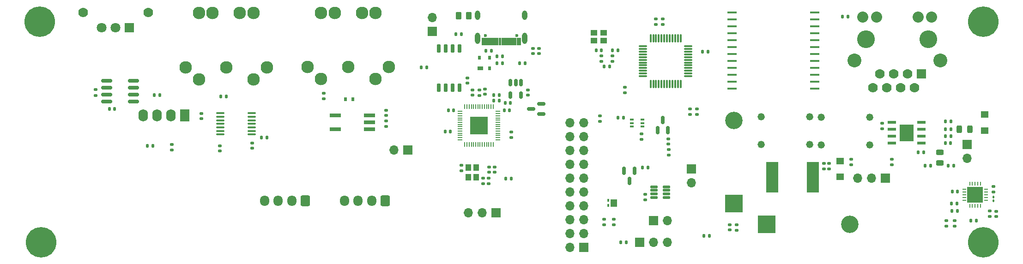
<source format=gts>
G04 #@! TF.GenerationSoftware,KiCad,Pcbnew,6.0.7-1.fc36*
G04 #@! TF.CreationDate,2023-03-25T12:13:33+11:00*
G04 #@! TF.ProjectId,MOOD-Motherboard-r0.1.1,4d4f4f44-2d4d-46f7-9468-6572626f6172,rev?*
G04 #@! TF.SameCoordinates,Original*
G04 #@! TF.FileFunction,Soldermask,Top*
G04 #@! TF.FilePolarity,Negative*
%FSLAX46Y46*%
G04 Gerber Fmt 4.6, Leading zero omitted, Abs format (unit mm)*
G04 Created by KiCad (PCBNEW 6.0.7-1.fc36) date 2023-03-25 12:13:33*
%MOMM*%
%LPD*%
G01*
G04 APERTURE LIST*
G04 Aperture macros list*
%AMRoundRect*
0 Rectangle with rounded corners*
0 $1 Rounding radius*
0 $2 $3 $4 $5 $6 $7 $8 $9 X,Y pos of 4 corners*
0 Add a 4 corners polygon primitive as box body*
4,1,4,$2,$3,$4,$5,$6,$7,$8,$9,$2,$3,0*
0 Add four circle primitives for the rounded corners*
1,1,$1+$1,$2,$3*
1,1,$1+$1,$4,$5*
1,1,$1+$1,$6,$7*
1,1,$1+$1,$8,$9*
0 Add four rect primitives between the rounded corners*
20,1,$1+$1,$2,$3,$4,$5,0*
20,1,$1+$1,$4,$5,$6,$7,0*
20,1,$1+$1,$6,$7,$8,$9,0*
20,1,$1+$1,$8,$9,$2,$3,0*%
G04 Aperture macros list end*
%ADD10C,0.010000*%
%ADD11R,1.750000X2.250000*%
%ADD12O,1.750000X2.250000*%
%ADD13RoundRect,0.140000X-0.170000X0.140000X-0.170000X-0.140000X0.170000X-0.140000X0.170000X0.140000X0*%
%ADD14RoundRect,0.140000X0.170000X-0.140000X0.170000X0.140000X-0.170000X0.140000X-0.170000X-0.140000X0*%
%ADD15C,5.600000*%
%ADD16RoundRect,0.135000X-0.135000X-0.185000X0.135000X-0.185000X0.135000X0.185000X-0.135000X0.185000X0*%
%ADD17RoundRect,0.135000X0.185000X-0.135000X0.185000X0.135000X-0.185000X0.135000X-0.185000X-0.135000X0*%
%ADD18RoundRect,0.135000X0.135000X0.185000X-0.135000X0.185000X-0.135000X-0.185000X0.135000X-0.185000X0*%
%ADD19R,1.700000X1.700000*%
%ADD20O,1.700000X1.700000*%
%ADD21RoundRect,0.140000X0.140000X0.170000X-0.140000X0.170000X-0.140000X-0.170000X0.140000X-0.170000X0*%
%ADD22RoundRect,0.135000X-0.185000X0.135000X-0.185000X-0.135000X0.185000X-0.135000X0.185000X0.135000X0*%
%ADD23RoundRect,0.250000X0.600000X0.725000X-0.600000X0.725000X-0.600000X-0.725000X0.600000X-0.725000X0*%
%ADD24O,1.700000X1.950000*%
%ADD25C,2.300000*%
%ADD26RoundRect,0.140000X-0.140000X-0.170000X0.140000X-0.170000X0.140000X0.170000X-0.140000X0.170000X0*%
%ADD27R,1.150000X1.000000*%
%ADD28R,0.650000X0.400000*%
%ADD29RoundRect,0.150000X0.587500X0.150000X-0.587500X0.150000X-0.587500X-0.150000X0.587500X-0.150000X0*%
%ADD30RoundRect,0.150000X-0.150000X0.650000X-0.150000X-0.650000X0.150000X-0.650000X0.150000X0.650000X0*%
%ADD31R,3.200000X3.200000*%
%ADD32O,3.200000X3.200000*%
%ADD33RoundRect,0.243750X0.456250X-0.243750X0.456250X0.243750X-0.456250X0.243750X-0.456250X-0.243750X0*%
%ADD34R,1.000000X1.150000*%
%ADD35RoundRect,0.150000X-0.150000X0.587500X-0.150000X-0.587500X0.150000X-0.587500X0.150000X0.587500X0*%
%ADD36R,0.600000X0.700000*%
%ADD37R,1.400000X1.300000*%
%ADD38R,2.311400X5.613400*%
%ADD39RoundRect,0.050000X-0.387500X-0.050000X0.387500X-0.050000X0.387500X0.050000X-0.387500X0.050000X0*%
%ADD40RoundRect,0.050000X-0.050000X-0.387500X0.050000X-0.387500X0.050000X0.387500X-0.050000X0.387500X0*%
%ADD41R,1.000000X0.700000*%
%ADD42RoundRect,0.243750X-0.243750X-0.456250X0.243750X-0.456250X0.243750X0.456250X-0.243750X0.456250X0*%
%ADD43RoundRect,0.125000X-0.537500X-0.125000X0.537500X-0.125000X0.537500X0.125000X-0.537500X0.125000X0*%
%ADD44RoundRect,0.150000X-0.150000X0.512500X-0.150000X-0.512500X0.150000X-0.512500X0.150000X0.512500X0*%
%ADD45C,1.320800*%
%ADD46R,0.380000X0.550000*%
%ADD47R,1.200000X1.400000*%
%ADD48R,2.600000X3.100000*%
%ADD49R,1.550000X0.600000*%
%ADD50RoundRect,0.100000X0.637500X0.100000X-0.637500X0.100000X-0.637500X-0.100000X0.637500X-0.100000X0*%
%ADD51C,1.778000*%
%ADD52R,1.800000X1.800000*%
%ADD53C,1.800000*%
%ADD54R,0.254800X0.655599*%
%ADD55R,0.655599X0.254800*%
%ADD56R,2.949999X2.949999*%
%ADD57RoundRect,0.075000X0.662500X0.075000X-0.662500X0.075000X-0.662500X-0.075000X0.662500X-0.075000X0*%
%ADD58RoundRect,0.075000X0.075000X0.662500X-0.075000X0.662500X-0.075000X-0.662500X0.075000X-0.662500X0*%
%ADD59C,3.251200*%
%ADD60R,1.778000X1.778000*%
%ADD61C,2.032000*%
%ADD62C,2.540000*%
%ADD63RoundRect,0.150000X0.150000X-0.587500X0.150000X0.587500X-0.150000X0.587500X-0.150000X-0.587500X0*%
%ADD64C,0.600000*%
%ADD65O,0.950000X2.050000*%
%ADD66O,0.950000X1.750000*%
%ADD67RoundRect,0.250000X-0.262500X-0.450000X0.262500X-0.450000X0.262500X0.450000X-0.262500X0.450000X0*%
%ADD68RoundRect,0.150000X0.825000X0.150000X-0.825000X0.150000X-0.825000X-0.150000X0.825000X-0.150000X0*%
%ADD69R,1.696999X0.305600*%
%ADD70RoundRect,0.100000X-0.100000X0.130000X-0.100000X-0.130000X0.100000X-0.130000X0.100000X0.130000X0*%
%ADD71R,2.000000X0.640000*%
G04 APERTURE END LIST*
G36*
X172345000Y-34224400D02*
G01*
X171645000Y-34224400D01*
X171645000Y-32984400D01*
X172345000Y-32984400D01*
X172345000Y-34224400D01*
G37*
D10*
X172345000Y-34224400D02*
X171645000Y-34224400D01*
X171645000Y-32984400D01*
X172345000Y-32984400D01*
X172345000Y-34224400D01*
G36*
X170545000Y-34224400D02*
G01*
X170145000Y-34224400D01*
X170145000Y-32984400D01*
X170545000Y-32984400D01*
X170545000Y-34224400D01*
G37*
X170545000Y-34224400D02*
X170145000Y-34224400D01*
X170145000Y-32984400D01*
X170545000Y-32984400D01*
X170545000Y-34224400D01*
G36*
X171545000Y-34224400D02*
G01*
X171145000Y-34224400D01*
X171145000Y-32984400D01*
X171545000Y-32984400D01*
X171545000Y-34224400D01*
G37*
X171545000Y-34224400D02*
X171145000Y-34224400D01*
X171145000Y-32984400D01*
X171545000Y-32984400D01*
X171545000Y-34224400D01*
G36*
X169045000Y-34224400D02*
G01*
X168645000Y-34224400D01*
X168645000Y-32984400D01*
X169045000Y-32984400D01*
X169045000Y-34224400D01*
G37*
X169045000Y-34224400D02*
X168645000Y-34224400D01*
X168645000Y-32984400D01*
X169045000Y-32984400D01*
X169045000Y-34224400D01*
G36*
X166745000Y-34224400D02*
G01*
X166045000Y-34224400D01*
X166045000Y-32984400D01*
X166745000Y-32984400D01*
X166745000Y-34224400D01*
G37*
X166745000Y-34224400D02*
X166045000Y-34224400D01*
X166045000Y-32984400D01*
X166745000Y-32984400D01*
X166745000Y-34224400D01*
G36*
X170045000Y-34224400D02*
G01*
X169645000Y-34224400D01*
X169645000Y-32984400D01*
X170045000Y-32984400D01*
X170045000Y-34224400D01*
G37*
X170045000Y-34224400D02*
X169645000Y-34224400D01*
X169645000Y-32984400D01*
X170045000Y-32984400D01*
X170045000Y-34224400D01*
G36*
X173145000Y-34224400D02*
G01*
X172445000Y-34224400D01*
X172445000Y-32984400D01*
X173145000Y-32984400D01*
X173145000Y-34224400D01*
G37*
X173145000Y-34224400D02*
X172445000Y-34224400D01*
X172445000Y-32984400D01*
X173145000Y-32984400D01*
X173145000Y-34224400D01*
G36*
X167545000Y-34224400D02*
G01*
X166845000Y-34224400D01*
X166845000Y-32984400D01*
X167545000Y-32984400D01*
X167545000Y-34224400D01*
G37*
X167545000Y-34224400D02*
X166845000Y-34224400D01*
X166845000Y-32984400D01*
X167545000Y-32984400D01*
X167545000Y-34224400D01*
G36*
X169545000Y-34224400D02*
G01*
X169145000Y-34224400D01*
X169145000Y-32984400D01*
X169545000Y-32984400D01*
X169545000Y-34224400D01*
G37*
X169545000Y-34224400D02*
X169145000Y-34224400D01*
X169145000Y-32984400D01*
X169545000Y-32984400D01*
X169545000Y-34224400D01*
G36*
X168045000Y-34224400D02*
G01*
X167645000Y-34224400D01*
X167645000Y-32984400D01*
X168045000Y-32984400D01*
X168045000Y-34224400D01*
G37*
X168045000Y-34224400D02*
X167645000Y-34224400D01*
X167645000Y-32984400D01*
X168045000Y-32984400D01*
X168045000Y-34224400D01*
G36*
X168545000Y-34224400D02*
G01*
X168145000Y-34224400D01*
X168145000Y-32984400D01*
X168545000Y-32984400D01*
X168545000Y-34224400D01*
G37*
X168545000Y-34224400D02*
X168145000Y-34224400D01*
X168145000Y-32984400D01*
X168545000Y-32984400D01*
X168545000Y-34224400D01*
G36*
X171045000Y-34224400D02*
G01*
X170645000Y-34224400D01*
X170645000Y-32984400D01*
X171045000Y-32984400D01*
X171045000Y-34224400D01*
G37*
X171045000Y-34224400D02*
X170645000Y-34224400D01*
X170645000Y-32984400D01*
X171045000Y-32984400D01*
X171045000Y-34224400D01*
D11*
X111582500Y-47217500D03*
D12*
X109042500Y-47217500D03*
X106502500Y-47217500D03*
X103962500Y-47217500D03*
D13*
X114630500Y-46864500D03*
X114630500Y-47824500D03*
D14*
X166648600Y-43329800D03*
X166648600Y-42369800D03*
X109250000Y-53500000D03*
X109250000Y-52540000D03*
D15*
X258000000Y-30000000D03*
D16*
X251552500Y-56437500D03*
X252572500Y-56437500D03*
D17*
X188500000Y-67260000D03*
X188500000Y-66240000D03*
D16*
X251010000Y-48250000D03*
X252030000Y-48250000D03*
D18*
X192510000Y-70500000D03*
X191490000Y-70500000D03*
D14*
X199250000Y-30480000D03*
X199250000Y-29520000D03*
D18*
X252030000Y-51000000D03*
X251010000Y-51000000D03*
D19*
X152525000Y-53500000D03*
D20*
X149985000Y-53500000D03*
D13*
X252750000Y-66520000D03*
X252750000Y-67480000D03*
D14*
X168402400Y-57628800D03*
X168402400Y-56668800D03*
D21*
X247042500Y-53937500D03*
X246082500Y-53937500D03*
X160880200Y-46228000D03*
X159920200Y-46228000D03*
D22*
X148500000Y-48240000D03*
X148500000Y-49260000D03*
D23*
X148370000Y-62882000D03*
D24*
X145870000Y-62882000D03*
X143370000Y-62882000D03*
X140870000Y-62882000D03*
D25*
X111750000Y-38379000D03*
X119200000Y-38379000D03*
X126650000Y-38379000D03*
X114200000Y-40579000D03*
X124200000Y-40579000D03*
X124200000Y-28429000D03*
X114200000Y-28429000D03*
X116700000Y-28429000D03*
X121700000Y-28429000D03*
D26*
X252270000Y-64750000D03*
X253230000Y-64750000D03*
D27*
X188375000Y-32050000D03*
X186625000Y-32050000D03*
X186625000Y-33450000D03*
X188375000Y-33450000D03*
D14*
X175437000Y-35836800D03*
X175437000Y-34876800D03*
D16*
X118230000Y-43750000D03*
X119250000Y-43750000D03*
D14*
X163448200Y-41272400D03*
X163448200Y-40312400D03*
D26*
X168276800Y-44475400D03*
X169236800Y-44475400D03*
D13*
X174497000Y-42495000D03*
X174497000Y-43455000D03*
D16*
X173022000Y-37592000D03*
X174042000Y-37592000D03*
D19*
X168646800Y-65041600D03*
D20*
X166106800Y-65041600D03*
X163566800Y-65041600D03*
D17*
X95250000Y-43510000D03*
X95250000Y-42490000D03*
D18*
X192060000Y-47600000D03*
X191040000Y-47600000D03*
X207760000Y-69250000D03*
X206740000Y-69250000D03*
D28*
X193600000Y-47950000D03*
X193600000Y-48600000D03*
X193600000Y-49250000D03*
X195500000Y-49250000D03*
X195500000Y-48600000D03*
X195500000Y-47950000D03*
D13*
X196055000Y-61695000D03*
X196055000Y-62655000D03*
D21*
X160321400Y-50190400D03*
X159361400Y-50190400D03*
D29*
X176937500Y-46950000D03*
X176937500Y-45050000D03*
X175062500Y-46000000D03*
D22*
X200337500Y-53475000D03*
X200337500Y-54495000D03*
D30*
X161975000Y-34881000D03*
X160705000Y-34881000D03*
X159435000Y-34881000D03*
X158165000Y-34881000D03*
X158165000Y-42081000D03*
X159435000Y-42081000D03*
X160705000Y-42081000D03*
X161975000Y-42081000D03*
D31*
X218250000Y-67200000D03*
D32*
X233490000Y-67200000D03*
D18*
X256760000Y-66500000D03*
X255740000Y-66500000D03*
D15*
X258000000Y-70500000D03*
D21*
X169236800Y-43484800D03*
X168276800Y-43484800D03*
D33*
X250000000Y-55875000D03*
X250000000Y-54000000D03*
D13*
X204250000Y-46020000D03*
X204250000Y-46980000D03*
D34*
X163593000Y-56773800D03*
X163593000Y-58523800D03*
X164993000Y-58523800D03*
X164993000Y-56773800D03*
D35*
X194047500Y-57312500D03*
X192147500Y-57312500D03*
X193097500Y-59187500D03*
D31*
X212250000Y-63370000D03*
D32*
X212250000Y-48130000D03*
D13*
X171500000Y-50270000D03*
X171500000Y-51230000D03*
D36*
X141050000Y-44250000D03*
X142450000Y-44250000D03*
D22*
X239450000Y-48625000D03*
X239450000Y-49645000D03*
D18*
X248322500Y-56437500D03*
X247302500Y-56437500D03*
D17*
X190000000Y-37260000D03*
X190000000Y-36240000D03*
D13*
X205500000Y-46020000D03*
X205500000Y-46980000D03*
D21*
X105730000Y-52750000D03*
X104770000Y-52750000D03*
D17*
X167327400Y-59709600D03*
X167327400Y-58689600D03*
D37*
X231750000Y-58450000D03*
X231750000Y-55550000D03*
D13*
X251250000Y-66520000D03*
X251250000Y-67480000D03*
D23*
X133721000Y-62882000D03*
D24*
X131221000Y-62882000D03*
X128721000Y-62882000D03*
X126221000Y-62882000D03*
D38*
X219291600Y-58500000D03*
X226708400Y-58500000D03*
D18*
X171437400Y-58773800D03*
X170417400Y-58773800D03*
D16*
X206490000Y-35500000D03*
X207510000Y-35500000D03*
D14*
X198000000Y-30480000D03*
X198000000Y-29520000D03*
D13*
X259883450Y-60270000D03*
X259883450Y-61230000D03*
D17*
X190250000Y-67260000D03*
X190250000Y-66240000D03*
D39*
X162102000Y-46457000D03*
X162102000Y-46857000D03*
X162102000Y-47257000D03*
X162102000Y-47657000D03*
X162102000Y-48057000D03*
X162102000Y-48457000D03*
X162102000Y-48857000D03*
X162102000Y-49257000D03*
X162102000Y-49657000D03*
X162102000Y-50057000D03*
X162102000Y-50457000D03*
X162102000Y-50857000D03*
X162102000Y-51257000D03*
X162102000Y-51657000D03*
D40*
X162939500Y-52494500D03*
X163339500Y-52494500D03*
X163739500Y-52494500D03*
X164139500Y-52494500D03*
X164539500Y-52494500D03*
X164939500Y-52494500D03*
X165339500Y-52494500D03*
X165739500Y-52494500D03*
X166139500Y-52494500D03*
X166539500Y-52494500D03*
X166939500Y-52494500D03*
X167339500Y-52494500D03*
X167739500Y-52494500D03*
X168139500Y-52494500D03*
D39*
X168977000Y-51657000D03*
X168977000Y-51257000D03*
X168977000Y-50857000D03*
X168977000Y-50457000D03*
X168977000Y-50057000D03*
X168977000Y-49657000D03*
X168977000Y-49257000D03*
X168977000Y-48857000D03*
X168977000Y-48457000D03*
X168977000Y-48057000D03*
X168977000Y-47657000D03*
X168977000Y-47257000D03*
X168977000Y-46857000D03*
X168977000Y-46457000D03*
D40*
X168139500Y-45619500D03*
X167739500Y-45619500D03*
X167339500Y-45619500D03*
X166939500Y-45619500D03*
X166539500Y-45619500D03*
X166139500Y-45619500D03*
X165739500Y-45619500D03*
X165339500Y-45619500D03*
X164939500Y-45619500D03*
X164539500Y-45619500D03*
X164139500Y-45619500D03*
X163739500Y-45619500D03*
X163339500Y-45619500D03*
X162939500Y-45619500D03*
D31*
X165539500Y-49057000D03*
D26*
X187020000Y-35250000D03*
X187980000Y-35250000D03*
D13*
X166327400Y-58745000D03*
X166327400Y-59705000D03*
D41*
X165797000Y-38592000D03*
D36*
X167497000Y-38592000D03*
X167497000Y-36592000D03*
X165597000Y-36592000D03*
D16*
X188490000Y-38250000D03*
X189510000Y-38250000D03*
D42*
X253625000Y-49750000D03*
X255500000Y-49750000D03*
D37*
X258250000Y-49950000D03*
X258250000Y-47050000D03*
D17*
X233750000Y-56250000D03*
X233750000Y-55230000D03*
D43*
X197612500Y-60275000D03*
X197612500Y-60925000D03*
X197612500Y-61575000D03*
X197612500Y-62225000D03*
X199887500Y-62225000D03*
X199887500Y-61575000D03*
X199887500Y-60925000D03*
X199887500Y-60275000D03*
D19*
X197500000Y-66500000D03*
D20*
X200040000Y-66500000D03*
D44*
X173222000Y-41178900D03*
X172272000Y-41178900D03*
X171322000Y-41178900D03*
X171322000Y-43453900D03*
X173222000Y-43453900D03*
D22*
X187750000Y-47240000D03*
X187750000Y-48260000D03*
D14*
X124000000Y-53230000D03*
X124000000Y-52270000D03*
D13*
X148500000Y-46250000D03*
X148500000Y-47210000D03*
D21*
X252000000Y-52250000D03*
X251040000Y-52250000D03*
D16*
X251010000Y-49750000D03*
X252030000Y-49750000D03*
D19*
X184775000Y-71425000D03*
D20*
X182235000Y-71425000D03*
X184775000Y-68885000D03*
X182235000Y-68885000D03*
X184775000Y-66345000D03*
X182235000Y-66345000D03*
X184775000Y-63805000D03*
X182235000Y-63805000D03*
X184775000Y-61265000D03*
X182235000Y-61265000D03*
X184775000Y-58725000D03*
X182235000Y-58725000D03*
X184775000Y-56185000D03*
X182235000Y-56185000D03*
X184775000Y-53645000D03*
X182235000Y-53645000D03*
X184775000Y-51105000D03*
X182235000Y-51105000D03*
X184775000Y-48565000D03*
X182235000Y-48565000D03*
D17*
X192250000Y-43010000D03*
X192250000Y-41990000D03*
D14*
X165658000Y-43533000D03*
X165658000Y-42573000D03*
X229750000Y-56980000D03*
X229750000Y-56020000D03*
D13*
X167402400Y-56668800D03*
X167402400Y-57628800D03*
D25*
X134152000Y-38313000D03*
X141602000Y-38313000D03*
X149052000Y-38313000D03*
X136602000Y-40513000D03*
X146602000Y-40513000D03*
X146602000Y-28363000D03*
X136602000Y-28363000D03*
X139102000Y-28363000D03*
X144102000Y-28363000D03*
D13*
X211500000Y-67270000D03*
X211500000Y-68230000D03*
D26*
X170181800Y-46228000D03*
X171141800Y-46228000D03*
D16*
X168831000Y-36322000D03*
X169851000Y-36322000D03*
D45*
X228250000Y-47500000D03*
X228250000Y-52580000D03*
X237140000Y-52580000D03*
X237140000Y-47500000D03*
D26*
X170359600Y-44881800D03*
X171319600Y-44881800D03*
D16*
X232150000Y-29100000D03*
X233170000Y-29100000D03*
D19*
X194975000Y-70500000D03*
D20*
X197515000Y-70500000D03*
X200055000Y-70500000D03*
D19*
X255000000Y-52550000D03*
D20*
X255000000Y-55090000D03*
D22*
X259133450Y-64740000D03*
X259133450Y-65760000D03*
D19*
X156996600Y-31805800D03*
D20*
X156996600Y-29265800D03*
D46*
X189230000Y-63700000D03*
X189230000Y-62800000D03*
D47*
X190270000Y-63250000D03*
D18*
X167844400Y-35306000D03*
X166824400Y-35306000D03*
D48*
X243950000Y-50385000D03*
D49*
X241250000Y-48480000D03*
X241250000Y-49750000D03*
X241250000Y-51020000D03*
X241250000Y-52290000D03*
X246650000Y-52290000D03*
X246650000Y-51020000D03*
X246650000Y-49750000D03*
X246650000Y-48480000D03*
D13*
X162277400Y-56368800D03*
X162277400Y-57328800D03*
D50*
X123862500Y-50700000D03*
X123862500Y-50050000D03*
X123862500Y-49400000D03*
X123862500Y-48750000D03*
X123862500Y-48100000D03*
X123862500Y-47450000D03*
X123862500Y-46800000D03*
X118137500Y-46800000D03*
X118137500Y-47450000D03*
X118137500Y-48100000D03*
X118137500Y-48750000D03*
X118137500Y-49400000D03*
X118137500Y-50050000D03*
X118137500Y-50700000D03*
D19*
X204500000Y-57000000D03*
D20*
X204500000Y-59540000D03*
D51*
X104906000Y-28348000D03*
X92968000Y-28348000D03*
D52*
X101477000Y-31142000D03*
D53*
X98937000Y-31142000D03*
X96397000Y-31142000D03*
D13*
X200250000Y-51520000D03*
X200250000Y-52480000D03*
D15*
X85250000Y-70500000D03*
X85000000Y-30000000D03*
D21*
X98730000Y-46000000D03*
X97770000Y-46000000D03*
D54*
X257498452Y-59733100D03*
X256998450Y-59733100D03*
X256498451Y-59733100D03*
X255998452Y-59733100D03*
X255498450Y-59733100D03*
D55*
X254481551Y-60749999D03*
X254481551Y-61250001D03*
X254481551Y-61750000D03*
X254481551Y-62249999D03*
X254481551Y-62750001D03*
D54*
X255498450Y-63766900D03*
X255998452Y-63766900D03*
X256498451Y-63766900D03*
X256998450Y-63766900D03*
X257498452Y-63766900D03*
D55*
X258515351Y-62750001D03*
X258515351Y-62249999D03*
X258515351Y-61750000D03*
X258515351Y-61250001D03*
X258515351Y-60749999D03*
D56*
X256498451Y-61750000D03*
D16*
X195490000Y-56750000D03*
X196510000Y-56750000D03*
X154962000Y-38400000D03*
X155982000Y-38400000D03*
D17*
X195300000Y-51610000D03*
X195300000Y-50590000D03*
D22*
X137106000Y-43160000D03*
X137106000Y-44180000D03*
D14*
X118000000Y-53730000D03*
X118000000Y-52770000D03*
X228750000Y-56980000D03*
X228750000Y-56020000D03*
D57*
X203912500Y-40000000D03*
X203912500Y-39500000D03*
X203912500Y-39000000D03*
X203912500Y-38500000D03*
X203912500Y-38000000D03*
X203912500Y-37500000D03*
X203912500Y-37000000D03*
X203912500Y-36500000D03*
X203912500Y-36000000D03*
X203912500Y-35500000D03*
X203912500Y-35000000D03*
X203912500Y-34500000D03*
D58*
X202500000Y-33087500D03*
X202000000Y-33087500D03*
X201500000Y-33087500D03*
X201000000Y-33087500D03*
X200500000Y-33087500D03*
X200000000Y-33087500D03*
X199500000Y-33087500D03*
X199000000Y-33087500D03*
X198500000Y-33087500D03*
X198000000Y-33087500D03*
X197500000Y-33087500D03*
X197000000Y-33087500D03*
D57*
X195587500Y-34500000D03*
X195587500Y-35000000D03*
X195587500Y-35500000D03*
X195587500Y-36000000D03*
X195587500Y-36500000D03*
X195587500Y-37000000D03*
X195587500Y-37500000D03*
X195587500Y-38000000D03*
X195587500Y-38500000D03*
X195587500Y-39000000D03*
X195587500Y-39500000D03*
X195587500Y-40000000D03*
D58*
X197000000Y-41412500D03*
X197500000Y-41412500D03*
X198000000Y-41412500D03*
X198500000Y-41412500D03*
X199000000Y-41412500D03*
X199500000Y-41412500D03*
X200000000Y-41412500D03*
X200500000Y-41412500D03*
X201000000Y-41412500D03*
X201500000Y-41412500D03*
X202000000Y-41412500D03*
X202500000Y-41412500D03*
D18*
X253143450Y-63401900D03*
X252123450Y-63401900D03*
D13*
X212750000Y-67290000D03*
X212750000Y-68250000D03*
D16*
X168831000Y-37592000D03*
X169851000Y-37592000D03*
D14*
X176554600Y-35836800D03*
X176554600Y-34876800D03*
D13*
X164347000Y-42495000D03*
X164347000Y-43455000D03*
D59*
X247930000Y-33250000D03*
X236500000Y-33250000D03*
D60*
X246660000Y-39600000D03*
D51*
X245390000Y-42140000D03*
X244120000Y-39600000D03*
X242850000Y-42140000D03*
X241580000Y-39600000D03*
X240310000Y-42140000D03*
X239040000Y-39600000D03*
X237770000Y-42140000D03*
D61*
X235915800Y-29135200D03*
X238430400Y-29135200D03*
X246025000Y-29135200D03*
X248539600Y-29135200D03*
D62*
X234341000Y-37136200D03*
X250089000Y-37136200D03*
D26*
X190020000Y-35250000D03*
X190980000Y-35250000D03*
D63*
X198300000Y-49937500D03*
X200200000Y-49937500D03*
X199250000Y-48062500D03*
D21*
X253265350Y-61134998D03*
X252305350Y-61134998D03*
D19*
X240025000Y-58740000D03*
D20*
X237485000Y-58740000D03*
X234945000Y-58740000D03*
D18*
X126710000Y-51250000D03*
X125690000Y-51250000D03*
D64*
X172485000Y-32534400D03*
X166705000Y-32534400D03*
D65*
X173920000Y-33024400D03*
X165270000Y-33024400D03*
D66*
X173920000Y-28854400D03*
X165270000Y-28854400D03*
D67*
X161809500Y-28875000D03*
X163634500Y-28875000D03*
D68*
X102225000Y-44655000D03*
X102225000Y-43385000D03*
X102225000Y-42115000D03*
X102225000Y-40845000D03*
X97275000Y-40845000D03*
X97275000Y-42115000D03*
X97275000Y-43385000D03*
X97275000Y-44655000D03*
D18*
X107010000Y-43500000D03*
X105990000Y-43500000D03*
D69*
X211935500Y-28270000D03*
X211935500Y-29540000D03*
X211935500Y-30810000D03*
X211935500Y-32080000D03*
X211935500Y-33350000D03*
X211935500Y-34620000D03*
X211935500Y-35890000D03*
X211935500Y-37160000D03*
X211935500Y-38430000D03*
X211935500Y-39700000D03*
X211935500Y-40970000D03*
X211935500Y-42240000D03*
X227094500Y-42240000D03*
X227094500Y-40970000D03*
X227094500Y-39700000D03*
X227094500Y-38430000D03*
X227094500Y-37160000D03*
X227094500Y-35890000D03*
X227094500Y-34620000D03*
X227094500Y-33350000D03*
X227094500Y-32080000D03*
X227094500Y-30810000D03*
X227094500Y-29540000D03*
X227094500Y-28270000D03*
D18*
X162357000Y-32275000D03*
X161337000Y-32275000D03*
D70*
X259883450Y-62180000D03*
X259883450Y-62820000D03*
D13*
X260383450Y-64770000D03*
X260383450Y-65730000D03*
D17*
X188000000Y-37250000D03*
X188000000Y-36230000D03*
D71*
X139200000Y-47180000D03*
X139200000Y-49720000D03*
X145500000Y-49720000D03*
X145500000Y-48450000D03*
X145500000Y-47180000D03*
D17*
X241250000Y-56250000D03*
X241250000Y-55230000D03*
D45*
X226195000Y-52557774D03*
X226195000Y-47477774D03*
X217305000Y-47477774D03*
X217305000Y-52557774D03*
M02*

</source>
